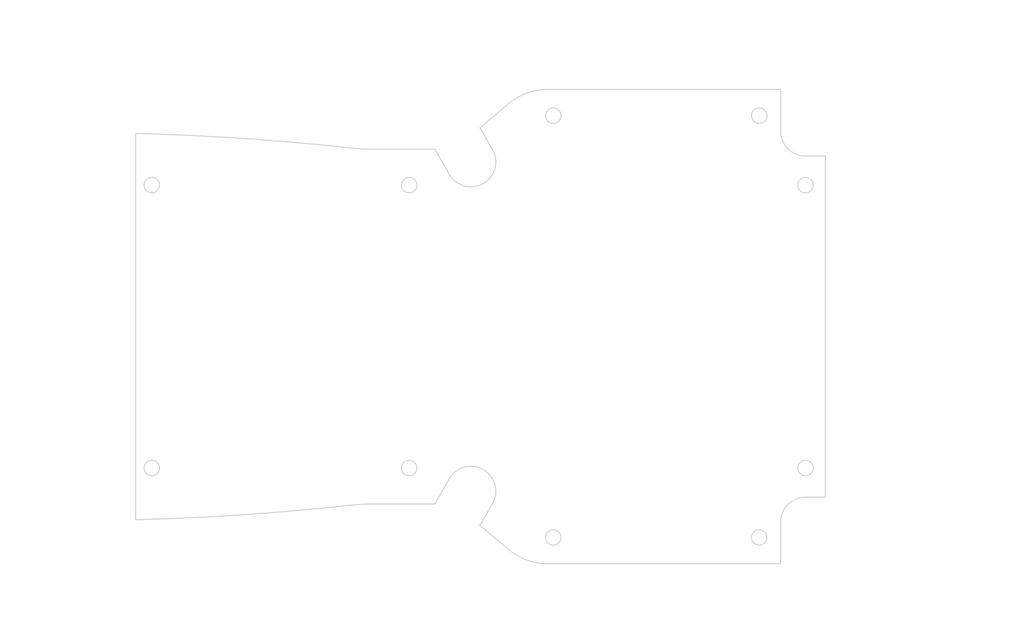
<source format=kicad_pcb>
(kicad_pcb (version 20171130) (host pcbnew "(5.1.0)-1")

  (general
    (thickness 1.6)
    (drawings 445)
    (tracks 0)
    (zones 0)
    (modules 0)
    (nets 1)
  )

  (page A4)
  (layers
    (0 F.Cu signal)
    (31 B.Cu signal)
    (32 B.Adhes user)
    (33 F.Adhes user)
    (34 B.Paste user)
    (35 F.Paste user)
    (36 B.SilkS user)
    (37 F.SilkS user)
    (38 B.Mask user)
    (39 F.Mask user)
    (40 Dwgs.User user)
    (41 Cmts.User user)
    (42 Eco1.User user)
    (43 Eco2.User user)
    (44 Edge.Cuts user)
    (45 Margin user)
    (46 B.CrtYd user)
    (47 F.CrtYd user)
    (48 B.Fab user)
    (49 F.Fab user)
  )

  (setup
    (last_trace_width 0.25)
    (trace_clearance 0.2)
    (zone_clearance 0.508)
    (zone_45_only no)
    (trace_min 0.2)
    (via_size 0.8)
    (via_drill 0.4)
    (via_min_size 0.4)
    (via_min_drill 0.3)
    (uvia_size 0.3)
    (uvia_drill 0.1)
    (uvias_allowed no)
    (uvia_min_size 0.2)
    (uvia_min_drill 0.1)
    (edge_width 0.05)
    (segment_width 0.2)
    (pcb_text_width 0.3)
    (pcb_text_size 1.5 1.5)
    (mod_edge_width 0.12)
    (mod_text_size 1 1)
    (mod_text_width 0.15)
    (pad_size 1.524 1.524)
    (pad_drill 0.762)
    (pad_to_mask_clearance 0.051)
    (solder_mask_min_width 0.25)
    (aux_axis_origin 0 0)
    (visible_elements FFFFFF7F)
    (pcbplotparams
      (layerselection 0x010fc_ffffffff)
      (usegerberextensions false)
      (usegerberattributes false)
      (usegerberadvancedattributes false)
      (creategerberjobfile false)
      (excludeedgelayer true)
      (linewidth 0.152400)
      (plotframeref false)
      (viasonmask false)
      (mode 1)
      (useauxorigin false)
      (hpglpennumber 1)
      (hpglpenspeed 20)
      (hpglpendiameter 15.000000)
      (psnegative false)
      (psa4output false)
      (plotreference true)
      (plotvalue true)
      (plotinvisibletext false)
      (padsonsilk false)
      (subtractmaskfromsilk false)
      (outputformat 1)
      (mirror false)
      (drillshape 1)
      (scaleselection 1)
      (outputdirectory ""))
  )

  (net 0 "")

  (net_class Default "This is the default net class."
    (clearance 0.2)
    (trace_width 0.25)
    (via_dia 0.8)
    (via_drill 0.4)
    (uvia_dia 0.3)
    (uvia_drill 0.1)
  )

  (gr_line (start 129.664873 53.116026) (end 142.235673 68.09903) (layer Dwgs.User) (width 0.2))
  (gr_line (start 75.268655 135.472925) (end 75.268655 60.379475) (layer Edge.Cuts) (width 0.2))
  (gr_line (start 209.268655 131.089905) (end 209.268655 64.762495) (layer Edge.Cuts) (width 0.2))
  (gr_line (start 205.412659 64.762495) (end 209.268655 64.762495) (layer Edge.Cuts) (width 0.2))
  (gr_arc (start 205.412659 59.9262) (end 200.576365 59.9262) (angle -90) (layer Edge.Cuts) (width 0.2))
  (gr_line (start 200.576365 51.814296) (end 200.576365 59.9262) (layer Edge.Cuts) (width 0.2))
  (gr_line (start 155.303005 51.814296) (end 200.576365 51.814296) (layer Edge.Cuts) (width 0.2))
  (gr_arc (start 155.303005 63.5262) (end 155.303005 51.814296) (angle -40) (layer Edge.Cuts) (width 0.2))
  (gr_line (start 142.154397 59.270388) (end 147.774739 54.554361) (layer Edge.Cuts) (width 0.2))
  (gr_line (start 144.601013 63.508053) (end 142.154397 59.270388) (layer Edge.Cuts) (width 0.2))
  (gr_arc (start 140.412659 65.9262) (end 136.224305 68.344347) (angle -180) (layer Edge.Cuts) (width 0.2))
  (gr_line (start 133.392178 63.438959) (end 136.224305 68.344347) (layer Edge.Cuts) (width 0.2))
  (gr_line (start 121.531481 63.438959) (end 133.392178 63.438959) (layer Edge.Cuts) (width 0.2))
  (gr_arc (start 121.531481 20.282665) (end 116.837487 63.182923) (angle -6.244260924) (layer Edge.Cuts) (width 0.2))
  (gr_arc (start 62.412659 560.592866) (end 116.837487 63.182923) (angle -4.772024897) (layer Edge.Cuts) (width 0.2))
  (gr_line (start 205.412659 131.089905) (end 209.268655 131.089905) (layer Edge.Cuts) (width 0.2))
  (gr_arc (start 205.412659 135.9262) (end 205.412659 131.089905) (angle -90) (layer Edge.Cuts) (width 0.2))
  (gr_line (start 200.576365 144.038104) (end 200.576365 135.9262) (layer Edge.Cuts) (width 0.2))
  (gr_line (start 155.303005 144.038104) (end 200.576365 144.038104) (layer Edge.Cuts) (width 0.2))
  (gr_arc (start 155.303005 132.3262) (end 147.774739 141.298039) (angle -40) (layer Edge.Cuts) (width 0.2))
  (gr_line (start 142.154397 136.582012) (end 147.774739 141.298039) (layer Edge.Cuts) (width 0.2))
  (gr_line (start 144.601013 132.344347) (end 142.154397 136.582012) (layer Edge.Cuts) (width 0.2))
  (gr_arc (start 140.412659 129.9262) (end 144.601013 132.344347) (angle -180) (layer Edge.Cuts) (width 0.2))
  (gr_line (start 133.392178 132.413441) (end 136.224305 127.508053) (layer Edge.Cuts) (width 0.2))
  (gr_line (start 121.531481 132.413441) (end 133.392178 132.413441) (layer Edge.Cuts) (width 0.2))
  (gr_arc (start 121.531481 175.569735) (end 121.531481 132.413441) (angle -6.244260924) (layer Edge.Cuts) (width 0.2))
  (gr_arc (start 62.412659 -364.740467) (end 75.268655 135.472925) (angle -4.772024897) (layer Edge.Cuts) (width 0.2))
  (gr_circle (center 78.412659 70.4262) (end 79.912659 70.4262) (layer Edge.Cuts) (width 0.2))
  (gr_circle (center 128.412659 70.4262) (end 129.912659 70.4262) (layer Edge.Cuts) (width 0.2))
  (gr_circle (center 156.412659 56.9262) (end 157.912659 56.9262) (layer Edge.Cuts) (width 0.2))
  (gr_circle (center 196.412659 56.9262) (end 197.912659 56.9262) (layer Edge.Cuts) (width 0.2))
  (gr_circle (center 205.412659 70.4262) (end 206.912659 70.4262) (layer Edge.Cuts) (width 0.2))
  (gr_circle (center 78.412659 125.4262) (end 79.912659 125.4262) (layer Edge.Cuts) (width 0.2))
  (gr_circle (center 128.412659 125.4262) (end 129.912659 125.4262) (layer Edge.Cuts) (width 0.2))
  (gr_circle (center 156.412659 138.9262) (end 157.912659 138.9262) (layer Edge.Cuts) (width 0.2))
  (gr_circle (center 196.412659 138.9262) (end 197.912659 138.9262) (layer Edge.Cuts) (width 0.2))
  (gr_circle (center 205.412659 125.4262) (end 206.912659 125.4262) (layer Edge.Cuts) (width 0.2))
  (gr_line (start 78.412659 70.9262) (end 78.412659 72.4262) (layer Dwgs.User) (width 0.2))
  (gr_line (start 78.412659 70.4262) (end 78.412659 70.6762) (layer Dwgs.User) (width 0.2))
  (gr_line (start 78.412659 69.9262) (end 78.412659 68.4262) (layer Dwgs.User) (width 0.2))
  (gr_line (start 78.412659 70.4262) (end 78.412659 70.1762) (layer Dwgs.User) (width 0.2))
  (gr_line (start 205.412659 70.9262) (end 205.412659 72.4262) (layer Dwgs.User) (width 0.2))
  (gr_line (start 205.412659 70.4262) (end 205.412659 70.6762) (layer Dwgs.User) (width 0.2))
  (gr_line (start 205.412659 69.9262) (end 205.412659 68.4262) (layer Dwgs.User) (width 0.2))
  (gr_line (start 205.412659 70.4262) (end 205.412659 70.1762) (layer Dwgs.User) (width 0.2))
  (gr_line (start 77.912659 125.4262) (end 76.412659 125.4262) (layer Dwgs.User) (width 0.2))
  (gr_line (start 78.412659 125.4262) (end 78.162659 125.4262) (layer Dwgs.User) (width 0.2))
  (gr_line (start 78.912659 125.4262) (end 80.412659 125.4262) (layer Dwgs.User) (width 0.2))
  (gr_line (start 78.412659 125.4262) (end 78.662659 125.4262) (layer Dwgs.User) (width 0.2))
  (gr_line (start 205.412659 125.9262) (end 205.412659 127.4262) (layer Dwgs.User) (width 0.2))
  (gr_line (start 205.412659 125.4262) (end 205.412659 125.6762) (layer Dwgs.User) (width 0.2))
  (gr_line (start 205.412659 124.9262) (end 205.412659 123.4262) (layer Dwgs.User) (width 0.2))
  (gr_line (start 205.412659 125.4262) (end 205.412659 125.1762) (layer Dwgs.User) (width 0.2))
  (gr_line (start 127.912659 70.4262) (end 126.412659 70.4262) (layer Dwgs.User) (width 0.2))
  (gr_line (start 128.412659 70.4262) (end 128.162659 70.4262) (layer Dwgs.User) (width 0.2))
  (gr_line (start 128.912659 70.4262) (end 130.412659 70.4262) (layer Dwgs.User) (width 0.2))
  (gr_line (start 128.412659 70.4262) (end 128.662659 70.4262) (layer Dwgs.User) (width 0.2))
  (gr_line (start 127.912659 125.4262) (end 126.412659 125.4262) (layer Dwgs.User) (width 0.2))
  (gr_line (start 128.412659 125.4262) (end 128.162659 125.4262) (layer Dwgs.User) (width 0.2))
  (gr_line (start 128.912659 125.4262) (end 130.412659 125.4262) (layer Dwgs.User) (width 0.2))
  (gr_line (start 128.412659 125.4262) (end 128.662659 125.4262) (layer Dwgs.User) (width 0.2))
  (gr_line (start 155.912659 56.9262) (end 154.412659 56.9262) (layer Dwgs.User) (width 0.2))
  (gr_line (start 156.412659 56.9262) (end 156.162659 56.9262) (layer Dwgs.User) (width 0.2))
  (gr_line (start 156.912659 56.9262) (end 158.412659 56.9262) (layer Dwgs.User) (width 0.2))
  (gr_line (start 156.412659 56.9262) (end 156.662659 56.9262) (layer Dwgs.User) (width 0.2))
  (gr_line (start 155.912659 138.9262) (end 154.412659 138.9262) (layer Dwgs.User) (width 0.2))
  (gr_line (start 156.412659 138.9262) (end 156.162659 138.9262) (layer Dwgs.User) (width 0.2))
  (gr_line (start 156.912659 138.9262) (end 158.412659 138.9262) (layer Dwgs.User) (width 0.2))
  (gr_line (start 156.412659 138.9262) (end 156.662659 138.9262) (layer Dwgs.User) (width 0.2))
  (gr_line (start 196.412659 57.4262) (end 196.412659 58.9262) (layer Dwgs.User) (width 0.2))
  (gr_line (start 196.412659 56.9262) (end 196.412659 57.1762) (layer Dwgs.User) (width 0.2))
  (gr_line (start 196.412659 56.4262) (end 196.412659 54.9262) (layer Dwgs.User) (width 0.2))
  (gr_line (start 196.412659 56.9262) (end 196.412659 56.6762) (layer Dwgs.User) (width 0.2))
  (gr_line (start 196.912659 138.9262) (end 198.412659 138.9262) (layer Dwgs.User) (width 0.2))
  (gr_line (start 196.412659 138.9262) (end 196.662659 138.9262) (layer Dwgs.User) (width 0.2))
  (gr_line (start 195.912659 138.9262) (end 194.412659 138.9262) (layer Dwgs.User) (width 0.2))
  (gr_line (start 196.412659 138.9262) (end 196.162659 138.9262) (layer Dwgs.User) (width 0.2))
  (gr_line (start 198.068909 70.4262) (end 203.412659 70.4262) (layer Dwgs.User) (width 0.2))
  (gr_line (start 195.818909 70.4262) (end 197.818909 70.4262) (layer Dwgs.User) (width 0.2))
  (gr_line (start 190.225159 70.4262) (end 195.568909 70.4262) (layer Dwgs.User) (width 0.2))
  (gr_line (start 187.975159 70.4262) (end 189.975159 70.4262) (layer Dwgs.User) (width 0.2))
  (gr_line (start 182.381409 70.4262) (end 187.725159 70.4262) (layer Dwgs.User) (width 0.2))
  (gr_line (start 180.131409 70.4262) (end 182.131409 70.4262) (layer Dwgs.User) (width 0.2))
  (gr_line (start 174.537659 70.4262) (end 179.881409 70.4262) (layer Dwgs.User) (width 0.2))
  (gr_line (start 172.287659 70.4262) (end 174.287659 70.4262) (layer Dwgs.User) (width 0.2))
  (gr_line (start 166.693909 70.4262) (end 172.037659 70.4262) (layer Dwgs.User) (width 0.2))
  (gr_line (start 164.443909 70.4262) (end 166.443909 70.4262) (layer Dwgs.User) (width 0.2))
  (gr_line (start 158.850159 70.4262) (end 164.193909 70.4262) (layer Dwgs.User) (width 0.2))
  (gr_line (start 156.600159 70.4262) (end 158.600159 70.4262) (layer Dwgs.User) (width 0.2))
  (gr_line (start 151.006409 70.4262) (end 156.350159 70.4262) (layer Dwgs.User) (width 0.2))
  (gr_line (start 148.756409 70.4262) (end 150.756409 70.4262) (layer Dwgs.User) (width 0.2))
  (gr_line (start 143.162659 70.4262) (end 148.506409 70.4262) (layer Dwgs.User) (width 0.2))
  (gr_line (start 140.912659 70.4262) (end 142.912659 70.4262) (layer Dwgs.User) (width 0.2))
  (gr_line (start 135.318909 70.4262) (end 140.662659 70.4262) (layer Dwgs.User) (width 0.2))
  (gr_line (start 133.068909 70.4262) (end 135.068909 70.4262) (layer Dwgs.User) (width 0.2))
  (gr_line (start 127.475159 70.4262) (end 132.818909 70.4262) (layer Dwgs.User) (width 0.2))
  (gr_line (start 125.225159 70.4262) (end 127.225159 70.4262) (layer Dwgs.User) (width 0.2))
  (gr_line (start 119.631409 70.4262) (end 124.975159 70.4262) (layer Dwgs.User) (width 0.2))
  (gr_line (start 117.381409 70.4262) (end 119.381409 70.4262) (layer Dwgs.User) (width 0.2))
  (gr_line (start 111.787659 70.4262) (end 117.131409 70.4262) (layer Dwgs.User) (width 0.2))
  (gr_line (start 109.537659 70.4262) (end 111.537659 70.4262) (layer Dwgs.User) (width 0.2))
  (gr_line (start 103.943909 70.4262) (end 109.287659 70.4262) (layer Dwgs.User) (width 0.2))
  (gr_line (start 101.693909 70.4262) (end 103.693909 70.4262) (layer Dwgs.User) (width 0.2))
  (gr_line (start 96.100159 70.4262) (end 101.443909 70.4262) (layer Dwgs.User) (width 0.2))
  (gr_line (start 93.850159 70.4262) (end 95.850159 70.4262) (layer Dwgs.User) (width 0.2))
  (gr_line (start 88.256409 70.4262) (end 93.600159 70.4262) (layer Dwgs.User) (width 0.2))
  (gr_line (start 86.006409 70.4262) (end 88.006409 70.4262) (layer Dwgs.User) (width 0.2))
  (gr_line (start 80.412659 70.4262) (end 85.756409 70.4262) (layer Dwgs.User) (width 0.2))
  (gr_line (start 204.912659 70.4262) (end 203.412659 70.4262) (layer Dwgs.User) (width 0.2))
  (gr_line (start 205.412659 70.4262) (end 205.162659 70.4262) (layer Dwgs.User) (width 0.2))
  (gr_line (start 78.912659 70.4262) (end 80.412659 70.4262) (layer Dwgs.User) (width 0.2))
  (gr_line (start 78.412659 70.4262) (end 78.662659 70.4262) (layer Dwgs.User) (width 0.2))
  (gr_line (start 205.912659 70.4262) (end 207.412659 70.4262) (layer Dwgs.User) (width 0.2))
  (gr_line (start 205.412659 70.4262) (end 205.662659 70.4262) (layer Dwgs.User) (width 0.2))
  (gr_line (start 77.912659 70.4262) (end 76.412659 70.4262) (layer Dwgs.User) (width 0.2))
  (gr_line (start 78.412659 70.4262) (end 78.162659 70.4262) (layer Dwgs.User) (width 0.2))
  (gr_line (start 78.412659 118.283343) (end 78.412659 123.4262) (layer Dwgs.User) (width 0.2))
  (gr_line (start 78.412659 116.033343) (end 78.412659 118.033343) (layer Dwgs.User) (width 0.2))
  (gr_line (start 78.412659 110.640486) (end 78.412659 115.783343) (layer Dwgs.User) (width 0.2))
  (gr_line (start 78.412659 108.390486) (end 78.412659 110.390486) (layer Dwgs.User) (width 0.2))
  (gr_line (start 78.412659 102.997628) (end 78.412659 108.140486) (layer Dwgs.User) (width 0.2))
  (gr_line (start 78.412659 100.747628) (end 78.412659 102.747628) (layer Dwgs.User) (width 0.2))
  (gr_line (start 78.412659 95.354771) (end 78.412659 100.497628) (layer Dwgs.User) (width 0.2))
  (gr_line (start 78.412659 93.104771) (end 78.412659 95.104771) (layer Dwgs.User) (width 0.2))
  (gr_line (start 78.412659 87.711914) (end 78.412659 92.854771) (layer Dwgs.User) (width 0.2))
  (gr_line (start 78.412659 85.461914) (end 78.412659 87.461914) (layer Dwgs.User) (width 0.2))
  (gr_line (start 78.412659 80.069057) (end 78.412659 85.211914) (layer Dwgs.User) (width 0.2))
  (gr_line (start 78.412659 77.819057) (end 78.412659 79.819057) (layer Dwgs.User) (width 0.2))
  (gr_line (start 78.412659 72.4262) (end 78.412659 77.569057) (layer Dwgs.User) (width 0.2))
  (gr_line (start 78.412659 124.9262) (end 78.412659 123.4262) (layer Dwgs.User) (width 0.2))
  (gr_line (start 78.412659 125.4262) (end 78.412659 125.1762) (layer Dwgs.User) (width 0.2))
  (gr_line (start 78.412659 70.9262) (end 78.412659 72.4262) (layer Dwgs.User) (width 0.2))
  (gr_line (start 78.412659 70.4262) (end 78.412659 70.6762) (layer Dwgs.User) (width 0.2))
  (gr_line (start 78.412659 125.9262) (end 78.412659 127.4262) (layer Dwgs.User) (width 0.2))
  (gr_line (start 78.412659 125.4262) (end 78.412659 125.6762) (layer Dwgs.User) (width 0.2))
  (gr_line (start 78.412659 69.9262) (end 78.412659 68.4262) (layer Dwgs.User) (width 0.2))
  (gr_line (start 78.412659 70.4262) (end 78.412659 70.1762) (layer Dwgs.User) (width 0.2))
  (gr_line (start 198.068909 125.4262) (end 203.412659 125.4262) (layer Dwgs.User) (width 0.2))
  (gr_line (start 195.818909 125.4262) (end 197.818909 125.4262) (layer Dwgs.User) (width 0.2))
  (gr_line (start 190.225159 125.4262) (end 195.568909 125.4262) (layer Dwgs.User) (width 0.2))
  (gr_line (start 187.975159 125.4262) (end 189.975159 125.4262) (layer Dwgs.User) (width 0.2))
  (gr_line (start 182.381409 125.4262) (end 187.725159 125.4262) (layer Dwgs.User) (width 0.2))
  (gr_line (start 180.131409 125.4262) (end 182.131409 125.4262) (layer Dwgs.User) (width 0.2))
  (gr_line (start 174.537659 125.4262) (end 179.881409 125.4262) (layer Dwgs.User) (width 0.2))
  (gr_line (start 172.287659 125.4262) (end 174.287659 125.4262) (layer Dwgs.User) (width 0.2))
  (gr_line (start 166.693909 125.4262) (end 172.037659 125.4262) (layer Dwgs.User) (width 0.2))
  (gr_line (start 164.443909 125.4262) (end 166.443909 125.4262) (layer Dwgs.User) (width 0.2))
  (gr_line (start 158.850159 125.4262) (end 164.193909 125.4262) (layer Dwgs.User) (width 0.2))
  (gr_line (start 156.600159 125.4262) (end 158.600159 125.4262) (layer Dwgs.User) (width 0.2))
  (gr_line (start 151.006409 125.4262) (end 156.350159 125.4262) (layer Dwgs.User) (width 0.2))
  (gr_line (start 148.756409 125.4262) (end 150.756409 125.4262) (layer Dwgs.User) (width 0.2))
  (gr_line (start 143.162659 125.4262) (end 148.506409 125.4262) (layer Dwgs.User) (width 0.2))
  (gr_line (start 140.912659 125.4262) (end 142.912659 125.4262) (layer Dwgs.User) (width 0.2))
  (gr_line (start 135.318909 125.4262) (end 140.662659 125.4262) (layer Dwgs.User) (width 0.2))
  (gr_line (start 133.068909 125.4262) (end 135.068909 125.4262) (layer Dwgs.User) (width 0.2))
  (gr_line (start 127.475159 125.4262) (end 132.818909 125.4262) (layer Dwgs.User) (width 0.2))
  (gr_line (start 125.225159 125.4262) (end 127.225159 125.4262) (layer Dwgs.User) (width 0.2))
  (gr_line (start 119.631409 125.4262) (end 124.975159 125.4262) (layer Dwgs.User) (width 0.2))
  (gr_line (start 117.381409 125.4262) (end 119.381409 125.4262) (layer Dwgs.User) (width 0.2))
  (gr_line (start 111.787659 125.4262) (end 117.131409 125.4262) (layer Dwgs.User) (width 0.2))
  (gr_line (start 109.537659 125.4262) (end 111.537659 125.4262) (layer Dwgs.User) (width 0.2))
  (gr_line (start 103.943909 125.4262) (end 109.287659 125.4262) (layer Dwgs.User) (width 0.2))
  (gr_line (start 101.693909 125.4262) (end 103.693909 125.4262) (layer Dwgs.User) (width 0.2))
  (gr_line (start 96.100159 125.4262) (end 101.443909 125.4262) (layer Dwgs.User) (width 0.2))
  (gr_line (start 93.850159 125.4262) (end 95.850159 125.4262) (layer Dwgs.User) (width 0.2))
  (gr_line (start 88.256409 125.4262) (end 93.600159 125.4262) (layer Dwgs.User) (width 0.2))
  (gr_line (start 86.006409 125.4262) (end 88.006409 125.4262) (layer Dwgs.User) (width 0.2))
  (gr_line (start 80.412659 125.4262) (end 85.756409 125.4262) (layer Dwgs.User) (width 0.2))
  (gr_line (start 204.912659 125.4262) (end 203.412659 125.4262) (layer Dwgs.User) (width 0.2))
  (gr_line (start 205.412659 125.4262) (end 205.162659 125.4262) (layer Dwgs.User) (width 0.2))
  (gr_line (start 78.912659 125.4262) (end 80.412659 125.4262) (layer Dwgs.User) (width 0.2))
  (gr_line (start 78.412659 125.4262) (end 78.662659 125.4262) (layer Dwgs.User) (width 0.2))
  (gr_line (start 205.912659 125.4262) (end 207.412659 125.4262) (layer Dwgs.User) (width 0.2))
  (gr_line (start 205.412659 125.4262) (end 205.662659 125.4262) (layer Dwgs.User) (width 0.2))
  (gr_line (start 77.912659 125.4262) (end 76.412659 125.4262) (layer Dwgs.User) (width 0.2))
  (gr_line (start 78.412659 125.4262) (end 78.162659 125.4262) (layer Dwgs.User) (width 0.2))
  (gr_line (start 128.412659 118.283343) (end 128.412659 123.4262) (layer Dwgs.User) (width 0.2))
  (gr_line (start 128.412659 116.033343) (end 128.412659 118.033343) (layer Dwgs.User) (width 0.2))
  (gr_line (start 128.412659 110.640486) (end 128.412659 115.783343) (layer Dwgs.User) (width 0.2))
  (gr_line (start 128.412659 108.390486) (end 128.412659 110.390486) (layer Dwgs.User) (width 0.2))
  (gr_line (start 128.412659 102.997628) (end 128.412659 108.140486) (layer Dwgs.User) (width 0.2))
  (gr_line (start 128.412659 100.747628) (end 128.412659 102.747628) (layer Dwgs.User) (width 0.2))
  (gr_line (start 128.412659 95.354771) (end 128.412659 100.497628) (layer Dwgs.User) (width 0.2))
  (gr_line (start 128.412659 93.104771) (end 128.412659 95.104771) (layer Dwgs.User) (width 0.2))
  (gr_line (start 128.412659 87.711914) (end 128.412659 92.854771) (layer Dwgs.User) (width 0.2))
  (gr_line (start 128.412659 85.461914) (end 128.412659 87.461914) (layer Dwgs.User) (width 0.2))
  (gr_line (start 128.412659 80.069057) (end 128.412659 85.211914) (layer Dwgs.User) (width 0.2))
  (gr_line (start 128.412659 77.819057) (end 128.412659 79.819057) (layer Dwgs.User) (width 0.2))
  (gr_line (start 128.412659 72.4262) (end 128.412659 77.569057) (layer Dwgs.User) (width 0.2))
  (gr_line (start 128.412659 124.9262) (end 128.412659 123.4262) (layer Dwgs.User) (width 0.2))
  (gr_line (start 128.412659 125.4262) (end 128.412659 125.1762) (layer Dwgs.User) (width 0.2))
  (gr_line (start 128.412659 70.9262) (end 128.412659 72.4262) (layer Dwgs.User) (width 0.2))
  (gr_line (start 128.412659 70.4262) (end 128.412659 70.6762) (layer Dwgs.User) (width 0.2))
  (gr_line (start 128.412659 125.9262) (end 128.412659 127.4262) (layer Dwgs.User) (width 0.2))
  (gr_line (start 128.412659 125.4262) (end 128.412659 125.6762) (layer Dwgs.User) (width 0.2))
  (gr_line (start 128.412659 69.9262) (end 128.412659 68.4262) (layer Dwgs.User) (width 0.2))
  (gr_line (start 128.412659 70.4262) (end 128.412659 70.1762) (layer Dwgs.User) (width 0.2))
  (gr_line (start 156.412659 131.3762) (end 156.412659 136.9262) (layer Dwgs.User) (width 0.2))
  (gr_line (start 156.412659 129.1262) (end 156.412659 131.1262) (layer Dwgs.User) (width 0.2))
  (gr_line (start 156.412659 123.3262) (end 156.412659 128.8762) (layer Dwgs.User) (width 0.2))
  (gr_line (start 156.412659 121.0762) (end 156.412659 123.0762) (layer Dwgs.User) (width 0.2))
  (gr_line (start 156.412659 115.2762) (end 156.412659 120.8262) (layer Dwgs.User) (width 0.2))
  (gr_line (start 156.412659 113.0262) (end 156.412659 115.0262) (layer Dwgs.User) (width 0.2))
  (gr_line (start 156.412659 107.2262) (end 156.412659 112.7762) (layer Dwgs.User) (width 0.2))
  (gr_line (start 156.412659 104.9762) (end 156.412659 106.9762) (layer Dwgs.User) (width 0.2))
  (gr_line (start 156.412659 99.1762) (end 156.412659 104.7262) (layer Dwgs.User) (width 0.2))
  (gr_line (start 156.412659 96.9262) (end 156.412659 98.9262) (layer Dwgs.User) (width 0.2))
  (gr_line (start 156.412659 91.1262) (end 156.412659 96.6762) (layer Dwgs.User) (width 0.2))
  (gr_line (start 156.412659 88.8762) (end 156.412659 90.8762) (layer Dwgs.User) (width 0.2))
  (gr_line (start 156.412659 83.0762) (end 156.412659 88.6262) (layer Dwgs.User) (width 0.2))
  (gr_line (start 156.412659 80.8262) (end 156.412659 82.8262) (layer Dwgs.User) (width 0.2))
  (gr_line (start 156.412659 75.0262) (end 156.412659 80.5762) (layer Dwgs.User) (width 0.2))
  (gr_line (start 156.412659 72.7762) (end 156.412659 74.7762) (layer Dwgs.User) (width 0.2))
  (gr_line (start 156.412659 66.9762) (end 156.412659 72.5262) (layer Dwgs.User) (width 0.2))
  (gr_line (start 156.412659 64.7262) (end 156.412659 66.7262) (layer Dwgs.User) (width 0.2))
  (gr_line (start 156.412659 58.9262) (end 156.412659 64.4762) (layer Dwgs.User) (width 0.2))
  (gr_line (start 156.412659 138.4262) (end 156.412659 136.9262) (layer Dwgs.User) (width 0.2))
  (gr_line (start 156.412659 138.9262) (end 156.412659 138.6762) (layer Dwgs.User) (width 0.2))
  (gr_line (start 156.412659 57.4262) (end 156.412659 58.9262) (layer Dwgs.User) (width 0.2))
  (gr_line (start 156.412659 56.9262) (end 156.412659 57.1762) (layer Dwgs.User) (width 0.2))
  (gr_line (start 156.412659 139.4262) (end 156.412659 140.9262) (layer Dwgs.User) (width 0.2))
  (gr_line (start 156.412659 138.9262) (end 156.412659 139.1762) (layer Dwgs.User) (width 0.2))
  (gr_line (start 156.412659 56.4262) (end 156.412659 54.9262) (layer Dwgs.User) (width 0.2))
  (gr_line (start 156.412659 56.9262) (end 156.412659 56.6762) (layer Dwgs.User) (width 0.2))
  (gr_line (start 189.212659 56.9262) (end 194.412659 56.9262) (layer Dwgs.User) (width 0.2))
  (gr_line (start 186.962659 56.9262) (end 188.962659 56.9262) (layer Dwgs.User) (width 0.2))
  (gr_line (start 181.512659 56.9262) (end 186.712659 56.9262) (layer Dwgs.User) (width 0.2))
  (gr_line (start 179.262659 56.9262) (end 181.262659 56.9262) (layer Dwgs.User) (width 0.2))
  (gr_line (start 173.812659 56.9262) (end 179.012659 56.9262) (layer Dwgs.User) (width 0.2))
  (gr_line (start 171.562659 56.9262) (end 173.562659 56.9262) (layer Dwgs.User) (width 0.2))
  (gr_line (start 166.112659 56.9262) (end 171.312659 56.9262) (layer Dwgs.User) (width 0.2))
  (gr_line (start 163.862659 56.9262) (end 165.862659 56.9262) (layer Dwgs.User) (width 0.2))
  (gr_line (start 158.412659 56.9262) (end 163.612659 56.9262) (layer Dwgs.User) (width 0.2))
  (gr_line (start 195.912659 56.9262) (end 194.412659 56.9262) (layer Dwgs.User) (width 0.2))
  (gr_line (start 196.412659 56.9262) (end 196.162659 56.9262) (layer Dwgs.User) (width 0.2))
  (gr_line (start 156.912659 56.9262) (end 158.412659 56.9262) (layer Dwgs.User) (width 0.2))
  (gr_line (start 156.412659 56.9262) (end 156.662659 56.9262) (layer Dwgs.User) (width 0.2))
  (gr_line (start 196.912659 56.9262) (end 198.412659 56.9262) (layer Dwgs.User) (width 0.2))
  (gr_line (start 196.412659 56.9262) (end 196.662659 56.9262) (layer Dwgs.User) (width 0.2))
  (gr_line (start 155.912659 56.9262) (end 154.412659 56.9262) (layer Dwgs.User) (width 0.2))
  (gr_line (start 156.412659 56.9262) (end 156.162659 56.9262) (layer Dwgs.User) (width 0.2))
  (gr_line (start 196.412659 64.4762) (end 196.412659 58.9262) (layer Dwgs.User) (width 0.2))
  (gr_line (start 196.412659 66.7262) (end 196.412659 64.7262) (layer Dwgs.User) (width 0.2))
  (gr_line (start 196.412659 72.5262) (end 196.412659 66.9762) (layer Dwgs.User) (width 0.2))
  (gr_line (start 196.412659 74.7762) (end 196.412659 72.7762) (layer Dwgs.User) (width 0.2))
  (gr_line (start 196.412659 80.5762) (end 196.412659 75.0262) (layer Dwgs.User) (width 0.2))
  (gr_line (start 196.412659 82.8262) (end 196.412659 80.8262) (layer Dwgs.User) (width 0.2))
  (gr_line (start 196.412659 88.6262) (end 196.412659 83.0762) (layer Dwgs.User) (width 0.2))
  (gr_line (start 196.412659 90.8762) (end 196.412659 88.8762) (layer Dwgs.User) (width 0.2))
  (gr_line (start 196.412659 96.6762) (end 196.412659 91.1262) (layer Dwgs.User) (width 0.2))
  (gr_line (start 196.412659 98.9262) (end 196.412659 96.9262) (layer Dwgs.User) (width 0.2))
  (gr_line (start 196.412659 104.7262) (end 196.412659 99.1762) (layer Dwgs.User) (width 0.2))
  (gr_line (start 196.412659 106.9762) (end 196.412659 104.9762) (layer Dwgs.User) (width 0.2))
  (gr_line (start 196.412659 112.7762) (end 196.412659 107.2262) (layer Dwgs.User) (width 0.2))
  (gr_line (start 196.412659 115.0262) (end 196.412659 113.0262) (layer Dwgs.User) (width 0.2))
  (gr_line (start 196.412659 120.8262) (end 196.412659 115.2762) (layer Dwgs.User) (width 0.2))
  (gr_line (start 196.412659 123.0762) (end 196.412659 121.0762) (layer Dwgs.User) (width 0.2))
  (gr_line (start 196.412659 128.8762) (end 196.412659 123.3262) (layer Dwgs.User) (width 0.2))
  (gr_line (start 196.412659 131.1262) (end 196.412659 129.1262) (layer Dwgs.User) (width 0.2))
  (gr_line (start 196.412659 136.9262) (end 196.412659 131.3762) (layer Dwgs.User) (width 0.2))
  (gr_line (start 196.412659 57.4262) (end 196.412659 58.9262) (layer Dwgs.User) (width 0.2))
  (gr_line (start 196.412659 56.9262) (end 196.412659 57.1762) (layer Dwgs.User) (width 0.2))
  (gr_line (start 196.412659 138.4262) (end 196.412659 136.9262) (layer Dwgs.User) (width 0.2))
  (gr_line (start 196.412659 138.9262) (end 196.412659 138.6762) (layer Dwgs.User) (width 0.2))
  (gr_line (start 196.412659 56.4262) (end 196.412659 54.9262) (layer Dwgs.User) (width 0.2))
  (gr_line (start 196.412659 56.9262) (end 196.412659 56.6762) (layer Dwgs.User) (width 0.2))
  (gr_line (start 196.412659 139.4262) (end 196.412659 140.9262) (layer Dwgs.User) (width 0.2))
  (gr_line (start 196.412659 138.9262) (end 196.412659 139.1762) (layer Dwgs.User) (width 0.2))
  (gr_line (start 205.412659 118.283343) (end 205.412659 123.4262) (layer Dwgs.User) (width 0.2))
  (gr_line (start 205.412659 116.033343) (end 205.412659 118.033343) (layer Dwgs.User) (width 0.2))
  (gr_line (start 205.412659 110.640486) (end 205.412659 115.783343) (layer Dwgs.User) (width 0.2))
  (gr_line (start 205.412659 108.390486) (end 205.412659 110.390486) (layer Dwgs.User) (width 0.2))
  (gr_line (start 205.412659 102.997628) (end 205.412659 108.140486) (layer Dwgs.User) (width 0.2))
  (gr_line (start 205.412659 100.747628) (end 205.412659 102.747628) (layer Dwgs.User) (width 0.2))
  (gr_line (start 205.412659 95.354771) (end 205.412659 100.497628) (layer Dwgs.User) (width 0.2))
  (gr_line (start 205.412659 93.104771) (end 205.412659 95.104771) (layer Dwgs.User) (width 0.2))
  (gr_line (start 205.412659 87.711914) (end 205.412659 92.854771) (layer Dwgs.User) (width 0.2))
  (gr_line (start 205.412659 85.461914) (end 205.412659 87.461914) (layer Dwgs.User) (width 0.2))
  (gr_line (start 205.412659 80.069057) (end 205.412659 85.211914) (layer Dwgs.User) (width 0.2))
  (gr_line (start 205.412659 77.819057) (end 205.412659 79.819057) (layer Dwgs.User) (width 0.2))
  (gr_line (start 205.412659 72.4262) (end 205.412659 77.569057) (layer Dwgs.User) (width 0.2))
  (gr_line (start 205.412659 124.9262) (end 205.412659 123.4262) (layer Dwgs.User) (width 0.2))
  (gr_line (start 205.412659 125.4262) (end 205.412659 125.1762) (layer Dwgs.User) (width 0.2))
  (gr_line (start 205.412659 70.9262) (end 205.412659 72.4262) (layer Dwgs.User) (width 0.2))
  (gr_line (start 205.412659 70.4262) (end 205.412659 70.6762) (layer Dwgs.User) (width 0.2))
  (gr_line (start 205.412659 125.9262) (end 205.412659 127.4262) (layer Dwgs.User) (width 0.2))
  (gr_line (start 205.412659 125.4262) (end 205.412659 125.6762) (layer Dwgs.User) (width 0.2))
  (gr_line (start 205.412659 69.9262) (end 205.412659 68.4262) (layer Dwgs.User) (width 0.2))
  (gr_line (start 205.412659 70.4262) (end 205.412659 70.1762) (layer Dwgs.User) (width 0.2))
  (gr_line (start 189.212659 138.9262) (end 194.412659 138.9262) (layer Dwgs.User) (width 0.2))
  (gr_line (start 186.962659 138.9262) (end 188.962659 138.9262) (layer Dwgs.User) (width 0.2))
  (gr_line (start 181.512659 138.9262) (end 186.712659 138.9262) (layer Dwgs.User) (width 0.2))
  (gr_line (start 179.262659 138.9262) (end 181.262659 138.9262) (layer Dwgs.User) (width 0.2))
  (gr_line (start 173.812659 138.9262) (end 179.012659 138.9262) (layer Dwgs.User) (width 0.2))
  (gr_line (start 171.562659 138.9262) (end 173.562659 138.9262) (layer Dwgs.User) (width 0.2))
  (gr_line (start 166.112659 138.9262) (end 171.312659 138.9262) (layer Dwgs.User) (width 0.2))
  (gr_line (start 163.862659 138.9262) (end 165.862659 138.9262) (layer Dwgs.User) (width 0.2))
  (gr_line (start 158.412659 138.9262) (end 163.612659 138.9262) (layer Dwgs.User) (width 0.2))
  (gr_line (start 195.912659 138.9262) (end 194.412659 138.9262) (layer Dwgs.User) (width 0.2))
  (gr_line (start 196.412659 138.9262) (end 196.162659 138.9262) (layer Dwgs.User) (width 0.2))
  (gr_line (start 156.912659 138.9262) (end 158.412659 138.9262) (layer Dwgs.User) (width 0.2))
  (gr_line (start 156.412659 138.9262) (end 156.662659 138.9262) (layer Dwgs.User) (width 0.2))
  (gr_line (start 196.912659 138.9262) (end 198.412659 138.9262) (layer Dwgs.User) (width 0.2))
  (gr_line (start 196.412659 138.9262) (end 196.662659 138.9262) (layer Dwgs.User) (width 0.2))
  (gr_line (start 155.912659 138.9262) (end 154.412659 138.9262) (layer Dwgs.User) (width 0.2))
  (gr_line (start 156.412659 138.9262) (end 156.162659 138.9262) (layer Dwgs.User) (width 0.2))
  (gr_line (start 203.9631 97.9262) (end 209.018655 97.9262) (layer Dwgs.User) (width 0.2))
  (gr_line (start 201.7131 97.9262) (end 203.7131 97.9262) (layer Dwgs.User) (width 0.2))
  (gr_line (start 196.407544 97.9262) (end 201.4631 97.9262) (layer Dwgs.User) (width 0.2))
  (gr_line (start 194.157544 97.9262) (end 196.157544 97.9262) (layer Dwgs.User) (width 0.2))
  (gr_line (start 188.851989 97.9262) (end 193.907544 97.9262) (layer Dwgs.User) (width 0.2))
  (gr_line (start 186.601989 97.9262) (end 188.601989 97.9262) (layer Dwgs.User) (width 0.2))
  (gr_line (start 181.296433 97.9262) (end 186.351989 97.9262) (layer Dwgs.User) (width 0.2))
  (gr_line (start 179.046433 97.9262) (end 181.046433 97.9262) (layer Dwgs.User) (width 0.2))
  (gr_line (start 173.740877 97.9262) (end 178.796433 97.9262) (layer Dwgs.User) (width 0.2))
  (gr_line (start 171.490877 97.9262) (end 173.490877 97.9262) (layer Dwgs.User) (width 0.2))
  (gr_line (start 166.185322 97.9262) (end 171.240877 97.9262) (layer Dwgs.User) (width 0.2))
  (gr_line (start 163.935322 97.9262) (end 165.935322 97.9262) (layer Dwgs.User) (width 0.2))
  (gr_line (start 158.629766 97.9262) (end 163.685322 97.9262) (layer Dwgs.User) (width 0.2))
  (gr_line (start 156.379766 97.9262) (end 158.379766 97.9262) (layer Dwgs.User) (width 0.2))
  (gr_line (start 151.074211 97.9262) (end 156.129766 97.9262) (layer Dwgs.User) (width 0.2))
  (gr_line (start 148.824211 97.9262) (end 150.824211 97.9262) (layer Dwgs.User) (width 0.2))
  (gr_line (start 143.518655 97.9262) (end 148.574211 97.9262) (layer Dwgs.User) (width 0.2))
  (gr_line (start 141.268655 97.9262) (end 143.268655 97.9262) (layer Dwgs.User) (width 0.2))
  (gr_line (start 135.9631 97.9262) (end 141.018655 97.9262) (layer Dwgs.User) (width 0.2))
  (gr_line (start 133.7131 97.9262) (end 135.7131 97.9262) (layer Dwgs.User) (width 0.2))
  (gr_line (start 128.407544 97.9262) (end 133.4631 97.9262) (layer Dwgs.User) (width 0.2))
  (gr_line (start 126.157544 97.9262) (end 128.157544 97.9262) (layer Dwgs.User) (width 0.2))
  (gr_line (start 120.851989 97.9262) (end 125.907544 97.9262) (layer Dwgs.User) (width 0.2))
  (gr_line (start 118.601989 97.9262) (end 120.601989 97.9262) (layer Dwgs.User) (width 0.2))
  (gr_line (start 113.296433 97.9262) (end 118.351989 97.9262) (layer Dwgs.User) (width 0.2))
  (gr_line (start 111.046433 97.9262) (end 113.046433 97.9262) (layer Dwgs.User) (width 0.2))
  (gr_line (start 105.740877 97.9262) (end 110.796433 97.9262) (layer Dwgs.User) (width 0.2))
  (gr_line (start 103.490877 97.9262) (end 105.490877 97.9262) (layer Dwgs.User) (width 0.2))
  (gr_line (start 98.185322 97.9262) (end 103.240877 97.9262) (layer Dwgs.User) (width 0.2))
  (gr_line (start 95.935322 97.9262) (end 97.935322 97.9262) (layer Dwgs.User) (width 0.2))
  (gr_line (start 90.629766 97.9262) (end 95.685322 97.9262) (layer Dwgs.User) (width 0.2))
  (gr_line (start 88.379766 97.9262) (end 90.379766 97.9262) (layer Dwgs.User) (width 0.2))
  (gr_line (start 83.074211 97.9262) (end 88.129766 97.9262) (layer Dwgs.User) (width 0.2))
  (gr_line (start 80.824211 97.9262) (end 82.824211 97.9262) (layer Dwgs.User) (width 0.2))
  (gr_line (start 75.518655 97.9262) (end 80.574211 97.9262) (layer Dwgs.User) (width 0.2))
  (gr_line (start 209.268655 97.9262) (end 209.018655 97.9262) (layer Dwgs.User) (width 0.2))
  (gr_line (start 75.268655 97.9262) (end 75.518655 97.9262) (layer Dwgs.User) (width 0.2))
  (gr_line (start 209.268655 97.9262) (end 209.518655 97.9262) (layer Dwgs.User) (width 0.2))
  (gr_line (start 75.268655 97.9262) (end 75.018655 97.9262) (layer Dwgs.User) (width 0.2))
  (gr_line (start 205.412659 60.4262) (end 205.412659 65.262495) (layer Dwgs.User) (width 0.2))
  (gr_line (start 205.412659 59.9262) (end 205.412659 60.1762) (layer Dwgs.User) (width 0.2))
  (gr_line (start 205.412659 59.9262) (end 205.412659 59.6762) (layer Dwgs.User) (width 0.2))
  (gr_line (start 204.912659 59.9262) (end 200.076365 59.9262) (layer Dwgs.User) (width 0.2))
  (gr_line (start 205.412659 59.9262) (end 205.162659 59.9262) (layer Dwgs.User) (width 0.2))
  (gr_line (start 205.412659 59.9262) (end 205.662659 59.9262) (layer Dwgs.User) (width 0.2))
  (gr_line (start 205.412659 135.9262) (end 205.412659 136.1762) (layer Dwgs.User) (width 0.2))
  (gr_line (start 205.412659 135.4262) (end 205.412659 130.589905) (layer Dwgs.User) (width 0.2))
  (gr_line (start 205.412659 135.9262) (end 205.412659 135.6762) (layer Dwgs.User) (width 0.2))
  (gr_line (start 204.912659 135.9262) (end 200.076365 135.9262) (layer Dwgs.User) (width 0.2))
  (gr_line (start 205.412659 135.9262) (end 205.162659 135.9262) (layer Dwgs.User) (width 0.2))
  (gr_line (start 205.412659 135.9262) (end 205.662659 135.9262) (layer Dwgs.User) (width 0.2))
  (gr_line (start 140.412659 66.4262) (end 140.412659 71.262495) (layer Dwgs.User) (width 0.2))
  (gr_line (start 140.412659 65.9262) (end 140.412659 66.1762) (layer Dwgs.User) (width 0.2))
  (gr_line (start 140.412659 65.9262) (end 140.412659 65.6762) (layer Dwgs.User) (width 0.2))
  (gr_line (start 140.412659 65.9262) (end 140.162659 65.9262) (layer Dwgs.User) (width 0.2))
  (gr_line (start 140.912659 65.9262) (end 145.748954 65.9262) (layer Dwgs.User) (width 0.2))
  (gr_line (start 140.412659 65.9262) (end 140.662659 65.9262) (layer Dwgs.User) (width 0.2))
  (gr_line (start 140.412659 129.9262) (end 140.412659 130.1762) (layer Dwgs.User) (width 0.2))
  (gr_line (start 140.412659 129.4262) (end 140.412659 124.589905) (layer Dwgs.User) (width 0.2))
  (gr_line (start 140.412659 129.9262) (end 140.412659 129.6762) (layer Dwgs.User) (width 0.2))
  (gr_line (start 140.412659 129.9262) (end 140.162659 129.9262) (layer Dwgs.User) (width 0.2))
  (gr_line (start 140.912659 129.9262) (end 145.748954 129.9262) (layer Dwgs.User) (width 0.2))
  (gr_line (start 140.412659 129.9262) (end 140.662659 129.9262) (layer Dwgs.User) (width 0.2))
  (gr_text "[2.61 in]" (at 231.268655 104.262421) (layer Dwgs.User)
    (effects (font (size 1.399999 1.259999) (thickness 0.174999)))
  )
  (gr_text " 66.33 mm" (at 231.268655 101.049938) (layer Dwgs.User)
    (effects (font (size 1.399999 1.259999) (thickness 0.174999)))
  )
  (gr_line (start 231.268655 66.762495) (end 231.268655 99.352735) (layer Dwgs.User) (width 0.2))
  (gr_line (start 231.268655 129.089905) (end 231.268655 105.777701) (layer Dwgs.User) (width 0.2))
  (gr_line (start 210.868855 64.762495) (end 234.443655 64.762495) (layer Dwgs.User) (width 0.2))
  (gr_line (start 210.868855 131.089905) (end 234.443655 131.089905) (layer Dwgs.User) (width 0.2))
  (gr_text "[2.96 in]" (at 54.397475 99.623403) (layer Dwgs.User)
    (effects (font (size 1.399999 1.259999) (thickness 0.174999)))
  )
  (gr_text " 75.09 mm" (at 54.397475 96.411398) (layer Dwgs.User)
    (effects (font (size 1.399999 1.259999) (thickness 0.174999)))
  )
  (gr_line (start 54.397475 62.379475) (end 54.397475 94.714194) (layer Dwgs.User) (width 0.2))
  (gr_line (start 54.397475 133.472925) (end 54.397475 101.138205) (layer Dwgs.User) (width 0.2))
  (gr_line (start 73.668455 60.379475) (end 51.222475 60.379475) (layer Dwgs.User) (width 0.2))
  (gr_line (start 73.668455 135.472925) (end 51.222475 135.472925) (layer Dwgs.User) (width 0.2))
  (gr_text "[.40 in]" (at 67.829912 142.512049) (layer Dwgs.User)
    (effects (font (size 1.399999 1.259999) (thickness 0.174999)))
  )
  (gr_text " 10.05 mm" (at 67.829912 139.300043) (layer Dwgs.User)
    (effects (font (size 1.399999 1.259999) (thickness 0.174999)))
  )
  (gr_line (start 75.186596 140.814845) (end 73.186596 140.814845) (layer Dwgs.User) (width 0.2))
  (gr_line (start 75.186596 135.472925) (end 75.186596 140.814845) (layer Dwgs.User) (width 0.2))
  (gr_line (start 75.186596 127.4262) (end 75.186596 133.472925) (layer Dwgs.User) (width 0.2))
  (gr_line (start 76.812459 125.4262) (end 72.011596 125.4262) (layer Dwgs.User) (width 0.2))
  (gr_line (start 73.668455 135.472925) (end 72.011596 135.472925) (layer Dwgs.User) (width 0.2))
  (gr_text "[1.97 in]" (at 103.412659 144.006193) (layer Dwgs.User)
    (effects (font (size 1.399999 1.259999) (thickness 0.174999)))
  )
  (gr_text " 50.00 mm" (at 103.412659 140.794188) (layer Dwgs.User)
    (effects (font (size 1.399999 1.259999) (thickness 0.174999)))
  )
  (gr_line (start 126.412659 142.30899) (end 108.769344 142.30899) (layer Dwgs.User) (width 0.2))
  (gr_line (start 80.412659 142.30899) (end 98.055975 142.30899) (layer Dwgs.User) (width 0.2))
  (gr_line (start 128.412659 127.0264) (end 128.412659 145.48399) (layer Dwgs.User) (width 0.2))
  (gr_line (start 78.412659 127.0264) (end 78.412659 145.48399) (layer Dwgs.User) (width 0.2))
  (gr_text "[1.57 in]" (at 176.412659 155.935976) (layer Dwgs.User)
    (effects (font (size 1.399999 1.259999) (thickness 0.174999)))
  )
  (gr_text " 40.00 mm" (at 176.412659 152.723971) (layer Dwgs.User)
    (effects (font (size 1.399999 1.259999) (thickness 0.174999)))
  )
  (gr_line (start 194.412659 154.238773) (end 181.769344 154.238773) (layer Dwgs.User) (width 0.2))
  (gr_line (start 158.412659 154.238773) (end 171.055975 154.238773) (layer Dwgs.User) (width 0.2))
  (gr_line (start 196.412659 140.5264) (end 196.412659 157.413773) (layer Dwgs.User) (width 0.2))
  (gr_line (start 156.412659 140.5264) (end 156.412659 157.413773) (layer Dwgs.User) (width 0.2))
  (gr_text "[.12 in]" (at 65.163282 50.585821) (layer Dwgs.User)
    (effects (font (size 1.399999 1.259999) (thickness 0.174999)))
  )
  (gr_text " 3.14 mm" (at 65.163282 47.373339) (layer Dwgs.User)
    (effects (font (size 1.399999 1.259999) (thickness 0.174999)))
  )
  (gr_line (start 73.268655 48.888618) (end 69.976106 48.888618) (layer Dwgs.User) (width 0.2))
  (gr_line (start 80.412659 48.888618) (end 82.412659 48.888618) (layer Dwgs.User) (width 0.2))
  (gr_line (start 78.412659 68.826) (end 78.412659 45.713618) (layer Dwgs.User) (width 0.2))
  (gr_line (start 75.268655 58.779275) (end 75.268655 45.713618) (layer Dwgs.User) (width 0.2))
  (gr_text "[5.28 in]" (at 140.28052 39.401021) (layer Dwgs.User)
    (effects (font (size 1.399999 1.259999) (thickness 0.174999)))
  )
  (gr_text " 134.00 mm" (at 140.28052 36.188538) (layer Dwgs.User)
    (effects (font (size 1.399999 1.259999) (thickness 0.174999)))
  )
  (gr_line (start 207.268655 37.703818) (end 146.181065 37.703818) (layer Dwgs.User) (width 0.2))
  (gr_line (start 77.268655 37.703818) (end 134.379974 37.703818) (layer Dwgs.User) (width 0.2))
  (gr_line (start 209.268655 63.162295) (end 209.268655 34.528818) (layer Dwgs.User) (width 0.2))
  (gr_line (start 75.268655 58.779275) (end 75.268655 34.528818) (layer Dwgs.User) (width 0.2))
  (gr_text "[3.63 in]" (at 242.395051 92.064978) (layer Dwgs.User)
    (effects (font (size 1.399999 1.259999) (thickness 0.174999)))
  )
  (gr_text " 92.22 mm" (at 242.395051 88.852973) (layer Dwgs.User)
    (effects (font (size 1.399999 1.259999) (thickness 0.174999)))
  )
  (gr_line (start 242.395051 142.038104) (end 242.395051 93.57978) (layer Dwgs.User) (width 0.2))
  (gr_line (start 242.395051 53.814296) (end 242.395051 87.155769) (layer Dwgs.User) (width 0.2))
  (gr_line (start 202.176565 144.038104) (end 245.570051 144.038104) (layer Dwgs.User) (width 0.2))
  (gr_line (start 202.176565 51.814296) (end 245.570051 51.814296) (layer Dwgs.User) (width 0.2))
  (gr_text "[2.17 in]" (at 221.20455 91.6463) (layer Dwgs.User)
    (effects (font (size 1.399999 1.259999) (thickness 0.174999)))
  )
  (gr_text " 55.00 mm" (at 221.20455 88.434294) (layer Dwgs.User)
    (effects (font (size 1.399999 1.259999) (thickness 0.174999)))
  )
  (gr_line (start 221.20455 72.4262) (end 221.20455 86.737091) (layer Dwgs.User) (width 0.2))
  (gr_line (start 221.20455 123.4262) (end 221.20455 93.161102) (layer Dwgs.User) (width 0.2))
  (gr_line (start 207.012859 70.4262) (end 224.37955 70.4262) (layer Dwgs.User) (width 0.2))
  (gr_line (start 207.012859 125.4262) (end 224.37955 125.4262) (layer Dwgs.User) (width 0.2))
  (gr_text "[R0.19 in]" (at 121.954888 54.813229) (layer Dwgs.User)
    (effects (font (size 1.399999 1.259999) (thickness 0.174999)))
  )
  (gr_text " R4.84 mm" (at 121.954888 51.601223) (layer Dwgs.User)
    (effects (font (size 1.399999 1.259999) (thickness 0.174999)))
  )
  (gr_line (start 127.473919 53.116026) (end 129.664873 53.116026) (layer Dwgs.User) (width 0.2))
  (gr_text "[.15 in]" (at 219.374028 152.787109) (layer Dwgs.User)
    (effects (font (size 1.399999 1.259999) (thickness 0.174999)))
  )
  (gr_text " 3.86 mm" (at 219.374028 149.574626) (layer Dwgs.User)
    (effects (font (size 1.399999 1.259999) (thickness 0.174999)))
  )
  (gr_line (start 211.268655 151.089905) (end 214.561205 151.089905) (layer Dwgs.User) (width 0.2))
  (gr_line (start 203.412659 151.089905) (end 201.412659 151.089905) (layer Dwgs.User) (width 0.2))
  (gr_line (start 205.412659 72.0264) (end 205.412659 154.264905) (layer Dwgs.User) (width 0.2))
  (gr_line (start 209.268655 132.690105) (end 209.268655 154.264905) (layer Dwgs.User) (width 0.2))
  (gr_text "[2.14 in]" (at 140.450665 90.835362) (layer Dwgs.User)
    (effects (font (size 1.399999 1.259999) (thickness 0.174999)))
  )
  (gr_text " 54.33 mm" (at 140.450665 87.622879) (layer Dwgs.User)
    (effects (font (size 1.399999 1.259999) (thickness 0.174999)))
  )
  (gr_line (start 140.450665 123.089905) (end 140.450665 92.350642) (layer Dwgs.User) (width 0.2))
  (gr_line (start 140.450665 72.762495) (end 140.450665 85.925676) (layer Dwgs.User) (width 0.2))
  (gr_text "[R0.46 in]" (at 138.270399 47.940226) (layer Dwgs.User)
    (effects (font (size 1.399999 1.259999) (thickness 0.174999)))
  )
  (gr_text " R11.71 mm" (at 138.270399 44.73968) (layer Dwgs.User)
    (effects (font (size 1.399999 1.259999) (thickness 0.174999)))
  )
  (gr_line (start 146.524058 46.243022) (end 149.09325 51.301011) (layer Dwgs.User) (width 0.2))
  (gr_line (start 144.333291 46.243022) (end 146.524058 46.243022) (layer Dwgs.User) (width 0.2))
  (gr_text "[R19.70 in]" (at 97.457297 52.16274) (layer Dwgs.User)
    (effects (font (size 1.399999 1.259999) (thickness 0.174999)))
  )
  (gr_text " R500.38 mm" (at 97.457297 48.950257) (layer Dwgs.User)
    (effects (font (size 1.399999 1.259999) (thickness 0.174999)))
  )
  (gr_line (start 88.659965 50.465537) (end 88.227125 58.877966) (layer Dwgs.User) (width 0.2))
  (gr_line (start 90.850544 50.465537) (end 88.659965 50.465537) (layer Dwgs.User) (width 0.2))

)

</source>
